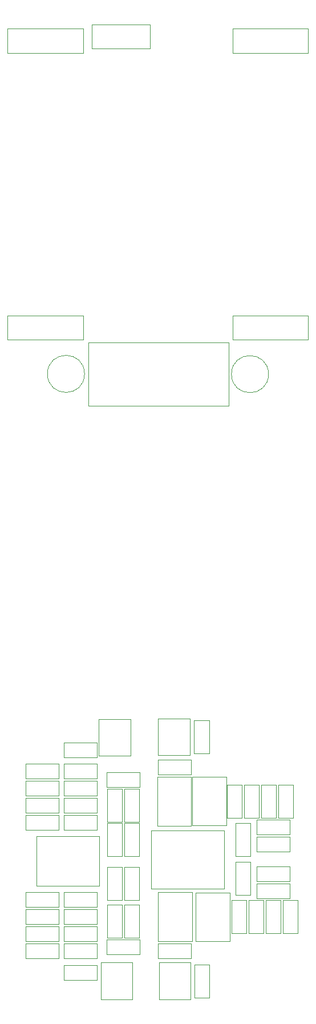
<source format=gbr>
G04 #@! TF.GenerationSoftware,KiCad,Pcbnew,(5.0.1)-4*
G04 #@! TF.CreationDate,2019-03-05T01:37:16-06:00*
G04 #@! TF.ProjectId,vca,7663612E6B696361645F706362000000,rev?*
G04 #@! TF.SameCoordinates,Original*
G04 #@! TF.FileFunction,Other,User*
%FSLAX46Y46*%
G04 Gerber Fmt 4.6, Leading zero omitted, Abs format (unit mm)*
G04 Created by KiCad (PCBNEW (5.0.1)-4) date 3/5/2019 1:37:16*
%MOMM*%
%LPD*%
G01*
G04 APERTURE LIST*
%ADD10C,0.050000*%
G04 APERTURE END LIST*
D10*
G04 #@! TO.C,Q2*
X134830000Y-158518000D02*
X134830000Y-163978000D01*
X134830000Y-158518000D02*
X130090000Y-158518000D01*
X130090000Y-163978000D02*
X134830000Y-163978000D01*
X130090000Y-163978000D02*
X130090000Y-158518000D01*
G04 #@! TO.C,Q1*
X126194000Y-158518000D02*
X126194000Y-163978000D01*
X126194000Y-158518000D02*
X121454000Y-158518000D01*
X121454000Y-163978000D02*
X126194000Y-163978000D01*
X121454000Y-163978000D02*
X121454000Y-158518000D01*
G04 #@! TO.C,Q4*
X134703000Y-122323000D02*
X134703000Y-127783000D01*
X134703000Y-122323000D02*
X129963000Y-122323000D01*
X129963000Y-127783000D02*
X134703000Y-127783000D01*
X129963000Y-127783000D02*
X129963000Y-122323000D01*
G04 #@! TO.C,Q3*
X121158000Y-127846500D02*
X121158000Y-122386500D01*
X121158000Y-127846500D02*
X125898000Y-127846500D01*
X125898000Y-122386500D02*
X121158000Y-122386500D01*
X125898000Y-122386500D02*
X125898000Y-127846500D01*
G04 #@! TO.C,C3*
X141479000Y-142743000D02*
X141479000Y-137843000D01*
X143719000Y-142743000D02*
X141479000Y-142743000D01*
X143719000Y-137843000D02*
X143719000Y-142743000D01*
X141479000Y-137843000D02*
X143719000Y-137843000D01*
G04 #@! TO.C,C5*
X141479000Y-148458000D02*
X141479000Y-143558000D01*
X143719000Y-148458000D02*
X141479000Y-148458000D01*
X143719000Y-143558000D02*
X143719000Y-148458000D01*
X141479000Y-143558000D02*
X143719000Y-143558000D01*
G04 #@! TO.C,C1*
X146365000Y-71225000D02*
G75*
G03X146365000Y-71225000I-2750000J0D01*
G01*
G04 #@! TO.C,C2*
X124669000Y-137843000D02*
X124669000Y-142743000D01*
X122429000Y-137843000D02*
X124669000Y-137843000D01*
X122429000Y-142743000D02*
X122429000Y-137843000D01*
X124669000Y-142743000D02*
X122429000Y-142743000D01*
G04 #@! TO.C,C6*
X124669000Y-144320000D02*
X124669000Y-149220000D01*
X122429000Y-144320000D02*
X124669000Y-144320000D01*
X122429000Y-149220000D02*
X122429000Y-144320000D01*
X124669000Y-149220000D02*
X122429000Y-149220000D01*
G04 #@! TO.C,J9*
X119596000Y-75885000D02*
X119596000Y-66525000D01*
X140456000Y-75885000D02*
X119596000Y-75885000D01*
X140456000Y-66525000D02*
X140456000Y-75885000D01*
X119596000Y-66525000D02*
X140456000Y-66525000D01*
G04 #@! TO.C,R1*
X110304000Y-150603000D02*
X115204000Y-150603000D01*
X110304000Y-152843000D02*
X110304000Y-150603000D01*
X115204000Y-152843000D02*
X110304000Y-152843000D01*
X115204000Y-150603000D02*
X115204000Y-152843000D01*
G04 #@! TO.C,R2*
X122429000Y-154808000D02*
X122429000Y-149908000D01*
X124669000Y-154808000D02*
X122429000Y-154808000D01*
X124669000Y-149908000D02*
X124669000Y-154808000D01*
X122429000Y-149908000D02*
X124669000Y-149908000D01*
G04 #@! TO.C,R3*
X116019000Y-148063000D02*
X120919000Y-148063000D01*
X116019000Y-150303000D02*
X116019000Y-148063000D01*
X120919000Y-150303000D02*
X116019000Y-150303000D01*
X120919000Y-148063000D02*
X120919000Y-150303000D01*
G04 #@! TO.C,R4*
X110304000Y-153143000D02*
X115204000Y-153143000D01*
X110304000Y-155383000D02*
X110304000Y-153143000D01*
X115204000Y-155383000D02*
X110304000Y-155383000D01*
X115204000Y-153143000D02*
X115204000Y-155383000D01*
G04 #@! TO.C,R5*
X120919000Y-157923000D02*
X116019000Y-157923000D01*
X120919000Y-155683000D02*
X120919000Y-157923000D01*
X116019000Y-155683000D02*
X120919000Y-155683000D01*
X116019000Y-157923000D02*
X116019000Y-155683000D01*
G04 #@! TO.C,R6*
X120919000Y-161098000D02*
X116019000Y-161098000D01*
X120919000Y-158858000D02*
X120919000Y-161098000D01*
X116019000Y-158858000D02*
X120919000Y-158858000D01*
X116019000Y-161098000D02*
X116019000Y-158858000D01*
G04 #@! TO.C,R7*
X110304000Y-148063000D02*
X115204000Y-148063000D01*
X110304000Y-150303000D02*
X110304000Y-148063000D01*
X115204000Y-150303000D02*
X110304000Y-150303000D01*
X115204000Y-148063000D02*
X115204000Y-150303000D01*
G04 #@! TO.C,R8*
X122369000Y-155048000D02*
X127269000Y-155048000D01*
X122369000Y-157288000D02*
X122369000Y-155048000D01*
X127269000Y-157288000D02*
X122369000Y-157288000D01*
X127269000Y-155048000D02*
X127269000Y-157288000D01*
G04 #@! TO.C,R9*
X124969000Y-154808000D02*
X124969000Y-149908000D01*
X127209000Y-154808000D02*
X124969000Y-154808000D01*
X127209000Y-149908000D02*
X127209000Y-154808000D01*
X124969000Y-149908000D02*
X127209000Y-149908000D01*
G04 #@! TO.C,R11*
X110304000Y-155683000D02*
X115204000Y-155683000D01*
X110304000Y-157923000D02*
X110304000Y-155683000D01*
X115204000Y-157923000D02*
X110304000Y-157923000D01*
X115204000Y-155683000D02*
X115204000Y-157923000D01*
G04 #@! TO.C,R12*
X120919000Y-155383000D02*
X116019000Y-155383000D01*
X120919000Y-153143000D02*
X120919000Y-155383000D01*
X116019000Y-153143000D02*
X120919000Y-153143000D01*
X116019000Y-155383000D02*
X116019000Y-153143000D01*
G04 #@! TO.C,R13*
X116019000Y-150603000D02*
X120919000Y-150603000D01*
X116019000Y-152843000D02*
X116019000Y-150603000D01*
X120919000Y-152843000D02*
X116019000Y-152843000D01*
X120919000Y-150603000D02*
X120919000Y-152843000D01*
G04 #@! TO.C,R14*
X124969000Y-149220000D02*
X124969000Y-144320000D01*
X127209000Y-149220000D02*
X124969000Y-149220000D01*
X127209000Y-144320000D02*
X127209000Y-149220000D01*
X124969000Y-144320000D02*
X127209000Y-144320000D01*
G04 #@! TO.C,R15*
X137623000Y-158798000D02*
X137623000Y-163698000D01*
X135383000Y-158798000D02*
X137623000Y-158798000D01*
X135383000Y-163698000D02*
X135383000Y-158798000D01*
X137623000Y-163698000D02*
X135383000Y-163698000D01*
G04 #@! TO.C,R16*
X145924000Y-154173000D02*
X145924000Y-149273000D01*
X148164000Y-154173000D02*
X145924000Y-154173000D01*
X148164000Y-149273000D02*
X148164000Y-154173000D01*
X145924000Y-149273000D02*
X148164000Y-149273000D01*
G04 #@! TO.C,R17*
X143084000Y-149273000D02*
X143084000Y-154173000D01*
X140844000Y-149273000D02*
X143084000Y-149273000D01*
X140844000Y-154173000D02*
X140844000Y-149273000D01*
X143084000Y-154173000D02*
X140844000Y-154173000D01*
G04 #@! TO.C,R19*
X148464000Y-154173000D02*
X148464000Y-149273000D01*
X150704000Y-154173000D02*
X148464000Y-154173000D01*
X150704000Y-149273000D02*
X150704000Y-154173000D01*
X148464000Y-149273000D02*
X150704000Y-149273000D01*
G04 #@! TO.C,R20*
X134889000Y-157923000D02*
X129989000Y-157923000D01*
X134889000Y-155683000D02*
X134889000Y-157923000D01*
X129989000Y-155683000D02*
X134889000Y-155683000D01*
X129989000Y-157923000D02*
X129989000Y-155683000D01*
G04 #@! TO.C,R21*
X149494000Y-149033000D02*
X144594000Y-149033000D01*
X149494000Y-146793000D02*
X149494000Y-149033000D01*
X144594000Y-146793000D02*
X149494000Y-146793000D01*
X144594000Y-149033000D02*
X144594000Y-146793000D01*
G04 #@! TO.C,R22*
X144594000Y-144253000D02*
X149494000Y-144253000D01*
X144594000Y-146493000D02*
X144594000Y-144253000D01*
X149494000Y-146493000D02*
X144594000Y-146493000D01*
X149494000Y-144253000D02*
X149494000Y-146493000D01*
G04 #@! TO.C,R23*
X110304000Y-134093000D02*
X115204000Y-134093000D01*
X110304000Y-136333000D02*
X110304000Y-134093000D01*
X115204000Y-136333000D02*
X110304000Y-136333000D01*
X115204000Y-134093000D02*
X115204000Y-136333000D01*
G04 #@! TO.C,R24*
X124669000Y-132763000D02*
X124669000Y-137663000D01*
X122429000Y-132763000D02*
X124669000Y-132763000D01*
X122429000Y-137663000D02*
X122429000Y-132763000D01*
X124669000Y-137663000D02*
X122429000Y-137663000D01*
G04 #@! TO.C,R25*
X116019000Y-136633000D02*
X120919000Y-136633000D01*
X116019000Y-138873000D02*
X116019000Y-136633000D01*
X120919000Y-138873000D02*
X116019000Y-138873000D01*
X120919000Y-136633000D02*
X120919000Y-138873000D01*
G04 #@! TO.C,R26*
X110304000Y-131553000D02*
X115204000Y-131553000D01*
X110304000Y-133793000D02*
X110304000Y-131553000D01*
X115204000Y-133793000D02*
X110304000Y-133793000D01*
X115204000Y-131553000D02*
X115204000Y-133793000D01*
G04 #@! TO.C,R27*
X120919000Y-131253000D02*
X116019000Y-131253000D01*
X120919000Y-129013000D02*
X120919000Y-131253000D01*
X116019000Y-129013000D02*
X120919000Y-129013000D01*
X116019000Y-131253000D02*
X116019000Y-129013000D01*
G04 #@! TO.C,R28*
X120919000Y-128078000D02*
X116019000Y-128078000D01*
X120919000Y-125838000D02*
X120919000Y-128078000D01*
X116019000Y-125838000D02*
X120919000Y-125838000D01*
X116019000Y-128078000D02*
X116019000Y-125838000D01*
G04 #@! TO.C,R29*
X110304000Y-136633000D02*
X115204000Y-136633000D01*
X110304000Y-138873000D02*
X110304000Y-136633000D01*
X115204000Y-138873000D02*
X110304000Y-138873000D01*
X115204000Y-136633000D02*
X115204000Y-138873000D01*
G04 #@! TO.C,R30*
X122369000Y-130283000D02*
X127269000Y-130283000D01*
X122369000Y-132523000D02*
X122369000Y-130283000D01*
X127269000Y-132523000D02*
X122369000Y-132523000D01*
X127269000Y-130283000D02*
X127269000Y-132523000D01*
G04 #@! TO.C,R31*
X127209000Y-132763000D02*
X127209000Y-137663000D01*
X124969000Y-132763000D02*
X127209000Y-132763000D01*
X124969000Y-137663000D02*
X124969000Y-132763000D01*
X127209000Y-137663000D02*
X124969000Y-137663000D01*
G04 #@! TO.C,R33*
X110304000Y-129013000D02*
X115204000Y-129013000D01*
X110304000Y-131253000D02*
X110304000Y-129013000D01*
X115204000Y-131253000D02*
X110304000Y-131253000D01*
X115204000Y-129013000D02*
X115204000Y-131253000D01*
G04 #@! TO.C,R34*
X127209000Y-137843000D02*
X127209000Y-142743000D01*
X124969000Y-137843000D02*
X127209000Y-137843000D01*
X124969000Y-142743000D02*
X124969000Y-137843000D01*
X127209000Y-142743000D02*
X124969000Y-142743000D01*
G04 #@! TO.C,R35*
X135319500Y-127503000D02*
X135319500Y-122603000D01*
X137559500Y-127503000D02*
X135319500Y-127503000D01*
X137559500Y-122603000D02*
X137559500Y-127503000D01*
X135319500Y-122603000D02*
X137559500Y-122603000D01*
G04 #@! TO.C,R36*
X120919000Y-133793000D02*
X116019000Y-133793000D01*
X120919000Y-131553000D02*
X120919000Y-133793000D01*
X116019000Y-131553000D02*
X120919000Y-131553000D01*
X116019000Y-133793000D02*
X116019000Y-131553000D01*
G04 #@! TO.C,R37*
X116019000Y-134093000D02*
X120919000Y-134093000D01*
X116019000Y-136333000D02*
X116019000Y-134093000D01*
X120919000Y-136333000D02*
X116019000Y-136333000D01*
X120919000Y-134093000D02*
X120919000Y-136333000D01*
G04 #@! TO.C,R38*
X147529000Y-132128000D02*
X147529000Y-137028000D01*
X145289000Y-132128000D02*
X147529000Y-132128000D01*
X145289000Y-137028000D02*
X145289000Y-132128000D01*
X147529000Y-137028000D02*
X145289000Y-137028000D01*
G04 #@! TO.C,R39*
X140209000Y-137028000D02*
X140209000Y-132128000D01*
X142449000Y-137028000D02*
X140209000Y-137028000D01*
X142449000Y-132128000D02*
X142449000Y-137028000D01*
X140209000Y-132128000D02*
X142449000Y-132128000D01*
G04 #@! TO.C,R40*
X150069000Y-132128000D02*
X150069000Y-137028000D01*
X147829000Y-132128000D02*
X150069000Y-132128000D01*
X147829000Y-137028000D02*
X147829000Y-132128000D01*
X150069000Y-137028000D02*
X147829000Y-137028000D01*
G04 #@! TO.C,R42*
X134889000Y-130618000D02*
X129989000Y-130618000D01*
X134889000Y-128378000D02*
X134889000Y-130618000D01*
X129989000Y-128378000D02*
X134889000Y-128378000D01*
X129989000Y-130618000D02*
X129989000Y-128378000D01*
G04 #@! TO.C,R43*
X144594000Y-137268000D02*
X149494000Y-137268000D01*
X144594000Y-139508000D02*
X144594000Y-137268000D01*
X149494000Y-139508000D02*
X144594000Y-139508000D01*
X149494000Y-137268000D02*
X149494000Y-139508000D01*
G04 #@! TO.C,R44*
X149494000Y-142048000D02*
X144594000Y-142048000D01*
X149494000Y-139808000D02*
X149494000Y-142048000D01*
X144594000Y-139808000D02*
X149494000Y-139808000D01*
X144594000Y-142048000D02*
X144594000Y-139808000D01*
G04 #@! TO.C,R46*
X143384000Y-154173000D02*
X143384000Y-149273000D01*
X145624000Y-154173000D02*
X143384000Y-154173000D01*
X145624000Y-149273000D02*
X145624000Y-154173000D01*
X143384000Y-149273000D02*
X145624000Y-149273000D01*
G04 #@! TO.C,R48*
X144989000Y-132128000D02*
X144989000Y-137028000D01*
X142749000Y-132128000D02*
X144989000Y-132128000D01*
X142749000Y-137028000D02*
X142749000Y-132128000D01*
X144989000Y-137028000D02*
X142749000Y-137028000D01*
G04 #@! TO.C,RV18*
X129989000Y-148083000D02*
X129989000Y-155333000D01*
X135039000Y-148083000D02*
X129989000Y-148083000D01*
X135039000Y-155333000D02*
X135039000Y-148083000D01*
X129989000Y-155333000D02*
X135039000Y-155333000D01*
G04 #@! TO.C,RV41*
X134889000Y-138218000D02*
X134889000Y-130968000D01*
X129839000Y-138218000D02*
X134889000Y-138218000D01*
X129839000Y-130968000D02*
X129839000Y-138218000D01*
X134889000Y-130968000D02*
X129839000Y-130968000D01*
G04 #@! TO.C,RV45*
X140604000Y-155363000D02*
X140604000Y-148113000D01*
X135554000Y-155363000D02*
X140604000Y-155363000D01*
X135554000Y-148113000D02*
X135554000Y-155363000D01*
X140604000Y-148113000D02*
X135554000Y-148113000D01*
G04 #@! TO.C,RV47*
X135069000Y-130938000D02*
X135069000Y-138188000D01*
X140119000Y-130938000D02*
X135069000Y-130938000D01*
X140119000Y-138188000D02*
X140119000Y-130938000D01*
X135069000Y-138188000D02*
X140119000Y-138188000D01*
G04 #@! TO.C,U1*
X111914000Y-139768000D02*
X111914000Y-147168000D01*
X121214000Y-139768000D02*
X121214000Y-147168000D01*
X121214000Y-147168000D02*
X111914000Y-147168000D01*
X121214000Y-139768000D02*
X111914000Y-139768000D01*
G04 #@! TO.C,C4*
X119060000Y-71185000D02*
G75*
G03X119060000Y-71185000I-2750000J0D01*
G01*
G04 #@! TO.C,JP2*
X128778000Y-22967000D02*
X128778000Y-19367000D01*
X120128000Y-22967000D02*
X128778000Y-22967000D01*
X120128000Y-19367000D02*
X120128000Y-22967000D01*
X128778000Y-19367000D02*
X120128000Y-19367000D01*
G04 #@! TO.C,JP4*
X107652000Y-62547000D02*
X107652000Y-66147000D01*
X118852000Y-62547000D02*
X107652000Y-62547000D01*
X118852000Y-66147000D02*
X118852000Y-62547000D01*
X107652000Y-66147000D02*
X118852000Y-66147000D01*
G04 #@! TO.C,JP6*
X141053000Y-20002000D02*
X141053000Y-23602000D01*
X152253000Y-20002000D02*
X141053000Y-20002000D01*
X152253000Y-23602000D02*
X152253000Y-20002000D01*
X141053000Y-23602000D02*
X152253000Y-23602000D01*
G04 #@! TO.C,JP8*
X141053000Y-62547000D02*
X141053000Y-66147000D01*
X152253000Y-62547000D02*
X141053000Y-62547000D01*
X152253000Y-66147000D02*
X152253000Y-62547000D01*
X141053000Y-66147000D02*
X152253000Y-66147000D01*
G04 #@! TO.C,JP10*
X107652000Y-20002000D02*
X107652000Y-23602000D01*
X118852000Y-20002000D02*
X107652000Y-20002000D01*
X118852000Y-23602000D02*
X118852000Y-20002000D01*
X107652000Y-23602000D02*
X118852000Y-23602000D01*
G04 #@! TO.C,U2*
X128944000Y-138914000D02*
X128944000Y-147514000D01*
X139744000Y-138914000D02*
X128944000Y-138914000D01*
X139744000Y-147514000D02*
X139744000Y-138914000D01*
X128944000Y-147514000D02*
X139744000Y-147514000D01*
G04 #@! TD*
M02*

</source>
